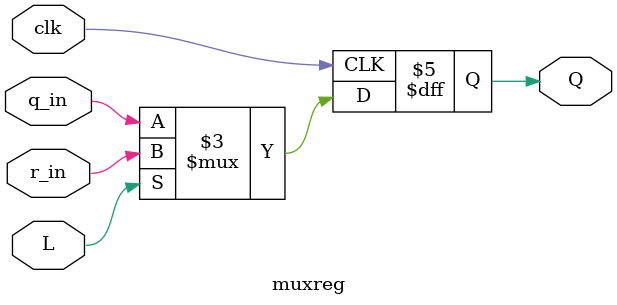
<source format=v>
module top_module (
	input [2:0] SW,      // R
	input [1:0] KEY,     // L and clk
	output [2:0] LEDR);  // Q
	
    muxreg muxreg0 (KEY[0], KEY[1], SW[0], LEDR[2], LEDR[0]);
    muxreg muxreg1 (KEY[0], KEY[1], SW[1], LEDR[0], LEDR[1]);
    muxreg muxreg2 (KEY[0], KEY[1], SW[2], LEDR[2] ^ LEDR[1], LEDR[2]);
	
endmodule

module muxreg (
	input clk,
	input L,
	input r_in,
	input q_in,
	output reg Q);
	
    always @(posedge clk) begin
        if (L) Q <= r_in;
        else Q <= q_in;
    end
    
endmodule

</source>
